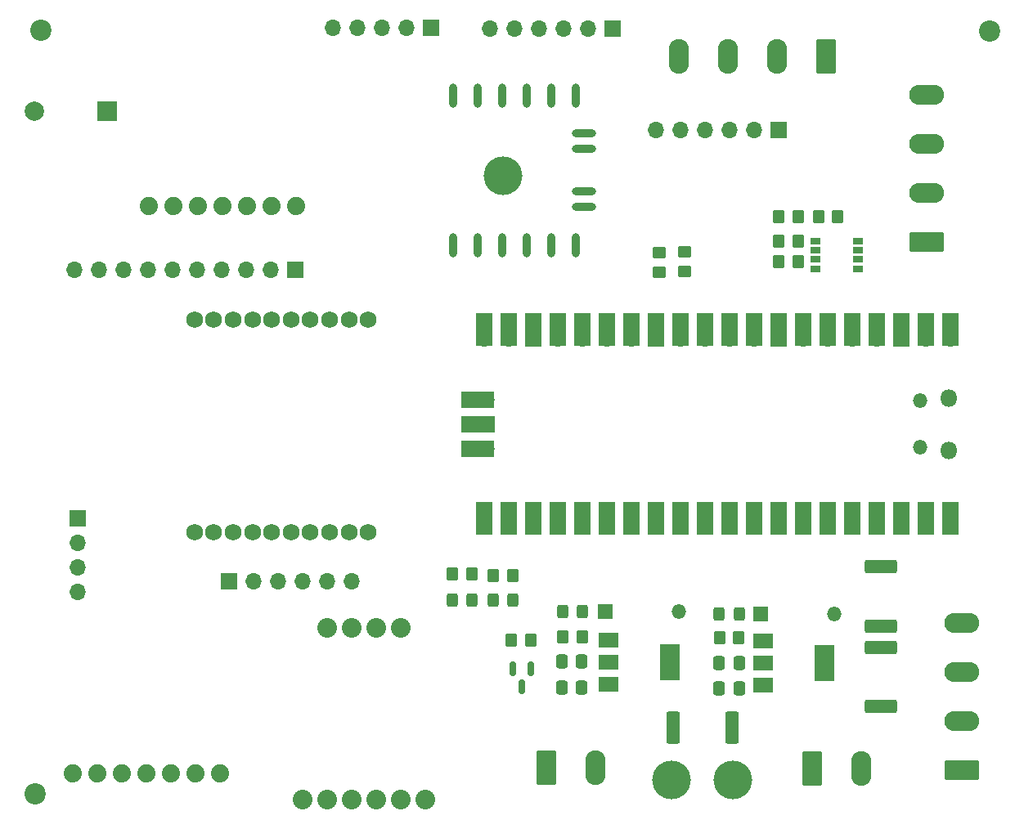
<source format=gbr>
%TF.GenerationSoftware,KiCad,Pcbnew,6.0.9-8da3e8f707~117~ubuntu18.04.1*%
%TF.CreationDate,2023-03-08T09:23:39+05:30*%
%TF.ProjectId,Cansat_V1.2,43616e73-6174-45f5-9631-2e322e6b6963,rev?*%
%TF.SameCoordinates,Original*%
%TF.FileFunction,Soldermask,Top*%
%TF.FilePolarity,Negative*%
%FSLAX46Y46*%
G04 Gerber Fmt 4.6, Leading zero omitted, Abs format (unit mm)*
G04 Created by KiCad (PCBNEW 6.0.9-8da3e8f707~117~ubuntu18.04.1) date 2023-03-08 09:23:39*
%MOMM*%
%LPD*%
G01*
G04 APERTURE LIST*
G04 Aperture macros list*
%AMRoundRect*
0 Rectangle with rounded corners*
0 $1 Rounding radius*
0 $2 $3 $4 $5 $6 $7 $8 $9 X,Y pos of 4 corners*
0 Add a 4 corners polygon primitive as box body*
4,1,4,$2,$3,$4,$5,$6,$7,$8,$9,$2,$3,0*
0 Add four circle primitives for the rounded corners*
1,1,$1+$1,$2,$3*
1,1,$1+$1,$4,$5*
1,1,$1+$1,$6,$7*
1,1,$1+$1,$8,$9*
0 Add four rect primitives between the rounded corners*
20,1,$1+$1,$2,$3,$4,$5,0*
20,1,$1+$1,$4,$5,$6,$7,0*
20,1,$1+$1,$6,$7,$8,$9,0*
20,1,$1+$1,$8,$9,$2,$3,0*%
G04 Aperture macros list end*
%ADD10R,1.700000X1.700000*%
%ADD11O,1.700000X1.700000*%
%ADD12RoundRect,0.250000X0.337500X0.475000X-0.337500X0.475000X-0.337500X-0.475000X0.337500X-0.475000X0*%
%ADD13C,1.727200*%
%ADD14RoundRect,0.250000X-0.350000X-0.450000X0.350000X-0.450000X0.350000X0.450000X-0.350000X0.450000X0*%
%ADD15RoundRect,0.249999X-0.790001X-1.550001X0.790001X-1.550001X0.790001X1.550001X-0.790001X1.550001X0*%
%ADD16O,2.080000X3.600000*%
%ADD17RoundRect,0.250000X0.325000X0.450000X-0.325000X0.450000X-0.325000X-0.450000X0.325000X-0.450000X0*%
%ADD18C,2.200000*%
%ADD19RoundRect,0.250000X0.350000X0.450000X-0.350000X0.450000X-0.350000X-0.450000X0.350000X-0.450000X0*%
%ADD20R,2.000000X1.500000*%
%ADD21R,2.000000X3.800000*%
%ADD22R,1.000000X0.700000*%
%ADD23RoundRect,0.249999X1.550001X-0.790001X1.550001X0.790001X-1.550001X0.790001X-1.550001X-0.790001X0*%
%ADD24O,3.600000X2.080000*%
%ADD25C,2.032000*%
%ADD26R,1.500000X1.500000*%
%ADD27O,1.500000X1.500000*%
%ADD28RoundRect,0.249999X1.425001X-0.450001X1.425001X0.450001X-1.425001X0.450001X-1.425001X-0.450001X0*%
%ADD29RoundRect,0.249999X-0.450001X-1.425001X0.450001X-1.425001X0.450001X1.425001X-0.450001X1.425001X0*%
%ADD30C,1.879600*%
%ADD31C,4.000000*%
%ADD32O,0.800000X2.500000*%
%ADD33O,2.500000X0.800000*%
%ADD34O,1.800000X1.800000*%
%ADD35R,1.700000X3.500000*%
%ADD36R,3.500000X1.700000*%
%ADD37RoundRect,0.150000X-0.150000X0.587500X-0.150000X-0.587500X0.150000X-0.587500X0.150000X0.587500X0*%
%ADD38RoundRect,0.250000X-0.450000X0.350000X-0.450000X-0.350000X0.450000X-0.350000X0.450000X0.350000X0*%
%ADD39RoundRect,0.249999X0.790001X1.550001X-0.790001X1.550001X-0.790001X-1.550001X0.790001X-1.550001X0*%
%ADD40R,2.000000X2.000000*%
%ADD41C,2.000000*%
G04 APERTURE END LIST*
D10*
%TO.C,J1*%
X123050000Y-116500000D03*
D11*
X125590000Y-116500000D03*
X128130000Y-116500000D03*
X130670000Y-116500000D03*
X133210000Y-116500000D03*
X135750000Y-116500000D03*
%TD*%
D12*
%TO.C,C1*%
X175887500Y-127566051D03*
X173812500Y-127566051D03*
%TD*%
D13*
%TO.C,JP1*%
X119494710Y-111398200D03*
X121496230Y-111398200D03*
X123495210Y-111398200D03*
X125496730Y-111398200D03*
X127495710Y-111398200D03*
X129494690Y-111398200D03*
X131496210Y-111398200D03*
X133495190Y-111398200D03*
X135496710Y-111398200D03*
X137495690Y-111398200D03*
X137495690Y-89401800D03*
X135496710Y-89401800D03*
X133495190Y-89401800D03*
X131496210Y-89401800D03*
X129494690Y-89401800D03*
X127495710Y-89401800D03*
X125496730Y-89401800D03*
X123495210Y-89401800D03*
X121496230Y-89401800D03*
X119494710Y-89401800D03*
%TD*%
D14*
%TO.C,R7*%
X173850000Y-122366051D03*
X175850000Y-122366051D03*
%TD*%
D15*
%TO.C,J10*%
X155932500Y-135808551D03*
D16*
X161012500Y-135808551D03*
%TD*%
D10*
%TO.C,J12*%
X144000000Y-59200000D03*
D11*
X141460000Y-59200000D03*
X138920000Y-59200000D03*
X136380000Y-59200000D03*
X133840000Y-59200000D03*
%TD*%
D17*
%TO.C,D4*%
X175875000Y-119866051D03*
X173825000Y-119866051D03*
%TD*%
D14*
%TO.C,R8*%
X157650000Y-122266051D03*
X159650000Y-122266051D03*
%TD*%
D10*
%TO.C,J6*%
X129925000Y-84200000D03*
D11*
X127385000Y-84200000D03*
X124845000Y-84200000D03*
X122305000Y-84200000D03*
X119765000Y-84200000D03*
X117225000Y-84200000D03*
X114685000Y-84200000D03*
X112145000Y-84200000D03*
X109605000Y-84200000D03*
X107065000Y-84200000D03*
%TD*%
D18*
%TO.C,REF\u002A\u002A*%
X201800000Y-59500000D03*
%TD*%
D12*
%TO.C,C4*%
X159587500Y-124766051D03*
X157512500Y-124766051D03*
%TD*%
D19*
%TO.C,R12*%
X182000000Y-83400000D03*
X180000000Y-83400000D03*
%TD*%
D20*
%TO.C,U5*%
X178400000Y-122666051D03*
X178400000Y-124966051D03*
D21*
X184700000Y-124966051D03*
D20*
X178400000Y-127266051D03*
%TD*%
D14*
%TO.C,R14*%
X180000000Y-78700000D03*
X182000000Y-78700000D03*
%TD*%
D22*
%TO.C,U7*%
X183800000Y-81273000D03*
X183800000Y-82225000D03*
X183800000Y-83175000D03*
X183800000Y-84127000D03*
X188200000Y-84127000D03*
X188200000Y-83175000D03*
X188200000Y-82225000D03*
X188200000Y-81273000D03*
%TD*%
D18*
%TO.C,REF\u002A\u002A*%
X103600000Y-59400000D03*
%TD*%
D23*
%TO.C,J4*%
X195295000Y-81340000D03*
D24*
X195295000Y-76260000D03*
X195295000Y-71180000D03*
X195295000Y-66100000D03*
%TD*%
D25*
%TO.C,U3*%
X130732475Y-139090000D03*
X133272475Y-139090000D03*
X135812475Y-139090000D03*
X138352475Y-139090000D03*
X140892475Y-139090000D03*
X143432475Y-139090000D03*
X133272475Y-121310000D03*
X135812475Y-121310000D03*
X138352475Y-121310000D03*
X140892475Y-121310000D03*
%TD*%
D26*
%TO.C,D1*%
X178135000Y-119866051D03*
D27*
X185755000Y-119866051D03*
%TD*%
D28*
%TO.C,R10*%
X190600000Y-129416051D03*
X190600000Y-123316051D03*
%TD*%
D17*
%TO.C,D3*%
X148250000Y-118466051D03*
X146200000Y-118466051D03*
%TD*%
D14*
%TO.C,R13*%
X180000000Y-81300000D03*
X182000000Y-81300000D03*
%TD*%
D17*
%TO.C,D2*%
X152450000Y-118466051D03*
X150400000Y-118466051D03*
%TD*%
D23*
%TO.C,J3*%
X198972500Y-136086051D03*
D24*
X198972500Y-131006051D03*
X198972500Y-125926051D03*
X198972500Y-120846051D03*
%TD*%
D12*
%TO.C,C2*%
X175887500Y-124966051D03*
X173812500Y-124966051D03*
%TD*%
D20*
%TO.C,U6*%
X162400000Y-122566051D03*
D21*
X168700000Y-124866051D03*
D20*
X162400000Y-124866051D03*
X162400000Y-127166051D03*
%TD*%
D14*
%TO.C,R5*%
X146225000Y-115766051D03*
X148225000Y-115766051D03*
%TD*%
%TO.C,R3*%
X152300000Y-122566051D03*
X154300000Y-122566051D03*
%TD*%
D26*
%TO.C,D5*%
X162035000Y-119666051D03*
D27*
X169655000Y-119666051D03*
%TD*%
D15*
%TO.C,J5*%
X183410000Y-135888551D03*
D16*
X188490000Y-135888551D03*
%TD*%
D29*
%TO.C,R6*%
X169050000Y-131666051D03*
X175150000Y-131666051D03*
%TD*%
D18*
%TO.C,REF\u002A\u002A*%
X103000000Y-138500000D03*
%TD*%
D28*
%TO.C,R11*%
X190600000Y-121116051D03*
X190600000Y-115016051D03*
%TD*%
D19*
%TO.C,R9*%
X186100000Y-78700000D03*
X184100000Y-78700000D03*
%TD*%
D10*
%TO.C,J11*%
X162800000Y-59300000D03*
D11*
X160260000Y-59300000D03*
X157720000Y-59300000D03*
X155180000Y-59300000D03*
X152640000Y-59300000D03*
X150100000Y-59300000D03*
%TD*%
D30*
%TO.C,U1*%
X114743949Y-77653949D03*
X117283949Y-77653949D03*
X119823949Y-77653949D03*
X122363949Y-77653949D03*
X124903949Y-77653949D03*
X127443949Y-77653949D03*
X129983949Y-77653949D03*
%TD*%
D31*
%TO.C,U8*%
X151467500Y-74520000D03*
D32*
X146247500Y-81670000D03*
X148787500Y-81670000D03*
X151327500Y-81670000D03*
X153867500Y-81670000D03*
X156407500Y-81670000D03*
X158947500Y-81670000D03*
X158947500Y-66170000D03*
X156407500Y-66170000D03*
X153867500Y-66170000D03*
X151327500Y-66170000D03*
X148787500Y-66170000D03*
X146247500Y-66170000D03*
D33*
X159847500Y-77730000D03*
X159847500Y-76090000D03*
X159847500Y-71750000D03*
X159847500Y-70110000D03*
%TD*%
D27*
%TO.C,U4*%
X194587500Y-97795000D03*
D34*
X197617500Y-97495000D03*
X197617500Y-102945000D03*
D27*
X194587500Y-102645000D03*
D35*
X197747500Y-90430000D03*
D11*
X197747500Y-91330000D03*
D35*
X195207500Y-90430000D03*
D11*
X195207500Y-91330000D03*
D35*
X192667500Y-90430000D03*
D10*
X192667500Y-91330000D03*
D35*
X190127500Y-90430000D03*
D11*
X190127500Y-91330000D03*
X187587500Y-91330000D03*
D35*
X187587500Y-90430000D03*
X185047500Y-90430000D03*
D11*
X185047500Y-91330000D03*
D35*
X182507500Y-90430000D03*
D11*
X182507500Y-91330000D03*
D35*
X179967500Y-90430000D03*
D10*
X179967500Y-91330000D03*
D11*
X177427500Y-91330000D03*
D35*
X177427500Y-90430000D03*
D11*
X174887500Y-91330000D03*
D35*
X174887500Y-90430000D03*
X172347500Y-90430000D03*
D11*
X172347500Y-91330000D03*
X169807500Y-91330000D03*
D35*
X169807500Y-90430000D03*
X167267500Y-90430000D03*
D10*
X167267500Y-91330000D03*
D35*
X164727500Y-90430000D03*
D11*
X164727500Y-91330000D03*
D35*
X162187500Y-90430000D03*
D11*
X162187500Y-91330000D03*
X159647500Y-91330000D03*
D35*
X159647500Y-90430000D03*
X157107500Y-90430000D03*
D11*
X157107500Y-91330000D03*
D35*
X154567500Y-90430000D03*
D10*
X154567500Y-91330000D03*
D35*
X152027500Y-90430000D03*
D11*
X152027500Y-91330000D03*
D35*
X149487500Y-90430000D03*
D11*
X149487500Y-91330000D03*
D35*
X149487500Y-110010000D03*
D11*
X149487500Y-109110000D03*
X152027500Y-109110000D03*
D35*
X152027500Y-110010000D03*
D10*
X154567500Y-109110000D03*
D35*
X154567500Y-110010000D03*
D11*
X157107500Y-109110000D03*
D35*
X157107500Y-110010000D03*
D11*
X159647500Y-109110000D03*
D35*
X159647500Y-110010000D03*
D11*
X162187500Y-109110000D03*
D35*
X162187500Y-110010000D03*
D11*
X164727500Y-109110000D03*
D35*
X164727500Y-110010000D03*
D10*
X167267500Y-109110000D03*
D35*
X167267500Y-110010000D03*
X169807500Y-110010000D03*
D11*
X169807500Y-109110000D03*
D35*
X172347500Y-110010000D03*
D11*
X172347500Y-109110000D03*
X174887500Y-109110000D03*
D35*
X174887500Y-110010000D03*
X177427500Y-110010000D03*
D11*
X177427500Y-109110000D03*
D35*
X179967500Y-110010000D03*
D10*
X179967500Y-109110000D03*
D11*
X182507500Y-109110000D03*
D35*
X182507500Y-110010000D03*
D11*
X185047500Y-109110000D03*
D35*
X185047500Y-110010000D03*
D11*
X187587500Y-109110000D03*
D35*
X187587500Y-110010000D03*
D11*
X190127500Y-109110000D03*
D35*
X190127500Y-110010000D03*
D10*
X192667500Y-109110000D03*
D35*
X192667500Y-110010000D03*
X195207500Y-110010000D03*
D11*
X195207500Y-109110000D03*
X197747500Y-109110000D03*
D35*
X197747500Y-110010000D03*
D11*
X149717500Y-97680000D03*
D36*
X148817500Y-97680000D03*
D10*
X149717500Y-100220000D03*
D36*
X148817500Y-100220000D03*
X148817500Y-102760000D03*
D11*
X149717500Y-102760000D03*
%TD*%
D31*
%TO.C,TP2*%
X168850000Y-137066051D03*
%TD*%
D37*
%TO.C,Q1*%
X154350000Y-125528551D03*
X152450000Y-125528551D03*
X153400000Y-127403551D03*
%TD*%
D10*
%TO.C,J7*%
X107450000Y-110020000D03*
D11*
X107450000Y-112560000D03*
X107450000Y-115100000D03*
X107450000Y-117640000D03*
%TD*%
D38*
%TO.C,R2*%
X167600000Y-82500000D03*
X167600000Y-84500000D03*
%TD*%
D31*
%TO.C,TP1*%
X175250000Y-137066051D03*
%TD*%
D12*
%TO.C,C3*%
X159587500Y-127466051D03*
X157512500Y-127466051D03*
%TD*%
D17*
%TO.C,D6*%
X159675000Y-119666051D03*
X157625000Y-119666051D03*
%TD*%
D10*
%TO.C,J8*%
X179950000Y-69800000D03*
D11*
X177410000Y-69800000D03*
X174870000Y-69800000D03*
X172330000Y-69800000D03*
X169790000Y-69800000D03*
X167250000Y-69800000D03*
%TD*%
D38*
%TO.C,R1*%
X170200000Y-82400000D03*
X170200000Y-84400000D03*
%TD*%
D39*
%TO.C,J2*%
X184872500Y-62120000D03*
D16*
X179792500Y-62120000D03*
X174712500Y-62120000D03*
X169632500Y-62120000D03*
%TD*%
D40*
%TO.C,BZ1*%
X110500000Y-67800000D03*
D41*
X102900000Y-67800000D03*
%TD*%
D30*
%TO.C,U2*%
X106920000Y-136430000D03*
X109460000Y-136430000D03*
X112000000Y-136430000D03*
X114540000Y-136430000D03*
X117080000Y-136430000D03*
X119620000Y-136430000D03*
X122160000Y-136430000D03*
%TD*%
D14*
%TO.C,R4*%
X150425000Y-115866051D03*
X152425000Y-115866051D03*
%TD*%
M02*

</source>
